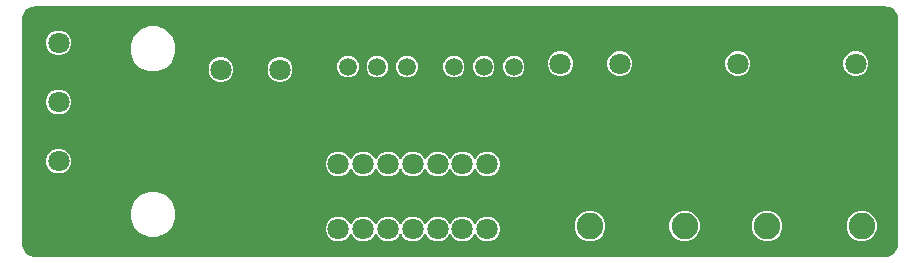
<source format=gbr>
G04 EAGLE Gerber RS-274X export*
G75*
%MOMM*%
%FSLAX34Y34*%
%LPD*%
%INCopper Layer 15*%
%IPPOS*%
%AMOC8*
5,1,8,0,0,1.08239X$1,22.5*%
G01*
%ADD10C,1.800000*%
%ADD11C,2.250000*%
%ADD12C,1.508000*%

G36*
X735046Y-105993D02*
X735046Y-105993D01*
X735087Y-105995D01*
X736824Y-105844D01*
X736918Y-105822D01*
X736995Y-105813D01*
X738679Y-105362D01*
X738768Y-105324D01*
X738843Y-105303D01*
X740422Y-104566D01*
X740503Y-104513D01*
X740573Y-104479D01*
X742001Y-103479D01*
X742072Y-103413D01*
X742134Y-103367D01*
X743367Y-102134D01*
X743425Y-102057D01*
X743479Y-102001D01*
X744479Y-100573D01*
X744518Y-100495D01*
X744563Y-100428D01*
X744563Y-100427D01*
X744566Y-100422D01*
X745303Y-98843D01*
X745331Y-98750D01*
X745362Y-98679D01*
X745813Y-96995D01*
X745825Y-96899D01*
X745844Y-96824D01*
X745995Y-95087D01*
X745993Y-95041D01*
X745999Y-95000D01*
X745999Y95000D01*
X745993Y95046D01*
X745995Y95087D01*
X745844Y96824D01*
X745822Y96918D01*
X745813Y96995D01*
X745362Y98679D01*
X745324Y98768D01*
X745303Y98843D01*
X744566Y100422D01*
X744513Y100503D01*
X744479Y100573D01*
X743479Y102001D01*
X743413Y102072D01*
X743367Y102134D01*
X742134Y103367D01*
X742057Y103425D01*
X742001Y103479D01*
X740573Y104479D01*
X740487Y104523D01*
X740422Y104566D01*
X738843Y105303D01*
X738750Y105331D01*
X738679Y105362D01*
X736995Y105813D01*
X736899Y105825D01*
X736824Y105844D01*
X735087Y105995D01*
X735041Y105993D01*
X735000Y105999D01*
X15000Y105999D01*
X14954Y105993D01*
X14913Y105995D01*
X13176Y105844D01*
X13082Y105822D01*
X13005Y105813D01*
X11321Y105362D01*
X11232Y105324D01*
X11158Y105303D01*
X9578Y104566D01*
X9497Y104513D01*
X9427Y104479D01*
X7999Y103479D01*
X7928Y103413D01*
X7866Y103367D01*
X6633Y102134D01*
X6575Y102057D01*
X6521Y102001D01*
X5521Y100573D01*
X5477Y100487D01*
X5434Y100422D01*
X5363Y100270D01*
X4897Y99271D01*
X4697Y98843D01*
X4669Y98750D01*
X4638Y98679D01*
X4187Y96995D01*
X4175Y96899D01*
X4157Y96824D01*
X4005Y95087D01*
X4007Y95041D01*
X4001Y95000D01*
X4001Y-95000D01*
X4007Y-95046D01*
X4005Y-95087D01*
X4157Y-96824D01*
X4178Y-96918D01*
X4187Y-96995D01*
X4638Y-98679D01*
X4676Y-98768D01*
X4697Y-98843D01*
X5434Y-100422D01*
X5487Y-100503D01*
X5521Y-100573D01*
X6521Y-102001D01*
X6587Y-102072D01*
X6633Y-102134D01*
X7866Y-103367D01*
X7943Y-103425D01*
X7999Y-103479D01*
X9427Y-104479D01*
X9513Y-104523D01*
X9578Y-104566D01*
X11158Y-105303D01*
X11250Y-105331D01*
X11321Y-105362D01*
X13005Y-105813D01*
X13101Y-105825D01*
X13176Y-105844D01*
X14913Y-105995D01*
X14959Y-105993D01*
X15000Y-105999D01*
X735000Y-105999D01*
X735046Y-105993D01*
G37*
%LPC*%
G36*
X269907Y-93025D02*
X269907Y-93025D01*
X266038Y-91422D01*
X263078Y-88462D01*
X261475Y-84594D01*
X261475Y-80407D01*
X263078Y-76538D01*
X266038Y-73578D01*
X269907Y-71975D01*
X274093Y-71975D01*
X277962Y-73578D01*
X280922Y-76538D01*
X281577Y-78118D01*
X281593Y-78146D01*
X281603Y-78176D01*
X281665Y-78267D01*
X281720Y-78361D01*
X281744Y-78383D01*
X281762Y-78409D01*
X281846Y-78479D01*
X281926Y-78554D01*
X281955Y-78568D01*
X281980Y-78589D01*
X282080Y-78632D01*
X282178Y-78681D01*
X282209Y-78687D01*
X282239Y-78700D01*
X282347Y-78714D01*
X282455Y-78734D01*
X282487Y-78731D01*
X282519Y-78735D01*
X282627Y-78717D01*
X282735Y-78707D01*
X282765Y-78695D01*
X282797Y-78690D01*
X282896Y-78643D01*
X282997Y-78602D01*
X283023Y-78582D01*
X283052Y-78569D01*
X283134Y-78496D01*
X283220Y-78429D01*
X283239Y-78403D01*
X283263Y-78381D01*
X283310Y-78304D01*
X283385Y-78200D01*
X283401Y-78154D01*
X283423Y-78118D01*
X284078Y-76538D01*
X287038Y-73578D01*
X290907Y-71975D01*
X295093Y-71975D01*
X298962Y-73578D01*
X301922Y-76538D01*
X302577Y-78118D01*
X302593Y-78146D01*
X302603Y-78176D01*
X302665Y-78267D01*
X302720Y-78361D01*
X302744Y-78383D01*
X302762Y-78409D01*
X302847Y-78479D01*
X302926Y-78554D01*
X302955Y-78568D01*
X302980Y-78589D01*
X303080Y-78632D01*
X303178Y-78681D01*
X303209Y-78687D01*
X303239Y-78700D01*
X303347Y-78714D01*
X303455Y-78734D01*
X303487Y-78731D01*
X303519Y-78735D01*
X303627Y-78717D01*
X303735Y-78707D01*
X303765Y-78695D01*
X303797Y-78690D01*
X303896Y-78643D01*
X303997Y-78602D01*
X304023Y-78582D01*
X304052Y-78569D01*
X304134Y-78496D01*
X304220Y-78429D01*
X304239Y-78403D01*
X304263Y-78381D01*
X304310Y-78304D01*
X304385Y-78200D01*
X304401Y-78154D01*
X304423Y-78118D01*
X305078Y-76538D01*
X308038Y-73578D01*
X311907Y-71975D01*
X316093Y-71975D01*
X319962Y-73578D01*
X322922Y-76538D01*
X323577Y-78118D01*
X323593Y-78146D01*
X323603Y-78176D01*
X323665Y-78267D01*
X323720Y-78361D01*
X323744Y-78383D01*
X323762Y-78409D01*
X323846Y-78479D01*
X323926Y-78554D01*
X323955Y-78568D01*
X323980Y-78589D01*
X324080Y-78632D01*
X324178Y-78681D01*
X324209Y-78687D01*
X324239Y-78700D01*
X324347Y-78714D01*
X324455Y-78734D01*
X324487Y-78731D01*
X324519Y-78735D01*
X324627Y-78717D01*
X324735Y-78707D01*
X324765Y-78695D01*
X324797Y-78690D01*
X324896Y-78643D01*
X324997Y-78602D01*
X325023Y-78582D01*
X325052Y-78569D01*
X325134Y-78496D01*
X325220Y-78429D01*
X325239Y-78403D01*
X325263Y-78381D01*
X325310Y-78304D01*
X325385Y-78200D01*
X325401Y-78154D01*
X325423Y-78118D01*
X326078Y-76538D01*
X329038Y-73578D01*
X332907Y-71975D01*
X337093Y-71975D01*
X340962Y-73578D01*
X343922Y-76538D01*
X344577Y-78118D01*
X344593Y-78146D01*
X344603Y-78176D01*
X344665Y-78267D01*
X344720Y-78361D01*
X344744Y-78383D01*
X344762Y-78409D01*
X344847Y-78479D01*
X344926Y-78554D01*
X344955Y-78568D01*
X344980Y-78589D01*
X345080Y-78632D01*
X345178Y-78681D01*
X345209Y-78687D01*
X345239Y-78700D01*
X345347Y-78714D01*
X345455Y-78734D01*
X345487Y-78731D01*
X345519Y-78735D01*
X345627Y-78717D01*
X345735Y-78707D01*
X345765Y-78695D01*
X345797Y-78690D01*
X345896Y-78643D01*
X345997Y-78602D01*
X346023Y-78582D01*
X346052Y-78569D01*
X346134Y-78496D01*
X346220Y-78429D01*
X346239Y-78403D01*
X346263Y-78381D01*
X346310Y-78304D01*
X346385Y-78200D01*
X346401Y-78154D01*
X346423Y-78118D01*
X347078Y-76538D01*
X350038Y-73578D01*
X353907Y-71975D01*
X358093Y-71975D01*
X361962Y-73578D01*
X364922Y-76538D01*
X365577Y-78118D01*
X365593Y-78146D01*
X365603Y-78176D01*
X365665Y-78267D01*
X365720Y-78361D01*
X365744Y-78383D01*
X365762Y-78409D01*
X365846Y-78479D01*
X365926Y-78554D01*
X365955Y-78568D01*
X365980Y-78589D01*
X366080Y-78632D01*
X366178Y-78681D01*
X366209Y-78687D01*
X366239Y-78700D01*
X366347Y-78714D01*
X366455Y-78734D01*
X366487Y-78731D01*
X366519Y-78735D01*
X366627Y-78717D01*
X366735Y-78707D01*
X366765Y-78695D01*
X366797Y-78690D01*
X366896Y-78643D01*
X366997Y-78602D01*
X367023Y-78582D01*
X367052Y-78569D01*
X367134Y-78496D01*
X367220Y-78429D01*
X367239Y-78403D01*
X367263Y-78381D01*
X367310Y-78304D01*
X367385Y-78200D01*
X367401Y-78154D01*
X367423Y-78118D01*
X368078Y-76538D01*
X371038Y-73578D01*
X374907Y-71975D01*
X379093Y-71975D01*
X382962Y-73578D01*
X385922Y-76538D01*
X386577Y-78118D01*
X386593Y-78146D01*
X386603Y-78176D01*
X386665Y-78267D01*
X386720Y-78361D01*
X386744Y-78383D01*
X386762Y-78409D01*
X386847Y-78479D01*
X386926Y-78554D01*
X386955Y-78568D01*
X386980Y-78589D01*
X387080Y-78632D01*
X387178Y-78681D01*
X387209Y-78687D01*
X387239Y-78700D01*
X387347Y-78714D01*
X387455Y-78734D01*
X387487Y-78731D01*
X387519Y-78735D01*
X387627Y-78717D01*
X387735Y-78707D01*
X387765Y-78695D01*
X387797Y-78690D01*
X387896Y-78643D01*
X387997Y-78602D01*
X388023Y-78582D01*
X388052Y-78569D01*
X388134Y-78496D01*
X388220Y-78429D01*
X388239Y-78403D01*
X388263Y-78381D01*
X388310Y-78304D01*
X388385Y-78200D01*
X388401Y-78154D01*
X388423Y-78118D01*
X389078Y-76538D01*
X392038Y-73578D01*
X395907Y-71975D01*
X400093Y-71975D01*
X403962Y-73578D01*
X406922Y-76538D01*
X408525Y-80407D01*
X408525Y-84594D01*
X406922Y-88462D01*
X403962Y-91422D01*
X400093Y-93025D01*
X395907Y-93025D01*
X392038Y-91422D01*
X389078Y-88462D01*
X388423Y-86882D01*
X388407Y-86854D01*
X388397Y-86824D01*
X388335Y-86733D01*
X388280Y-86639D01*
X388256Y-86617D01*
X388238Y-86591D01*
X388154Y-86521D01*
X388074Y-86446D01*
X388045Y-86432D01*
X388020Y-86411D01*
X387920Y-86368D01*
X387822Y-86319D01*
X387791Y-86313D01*
X387761Y-86300D01*
X387653Y-86286D01*
X387545Y-86266D01*
X387513Y-86269D01*
X387481Y-86265D01*
X387373Y-86283D01*
X387265Y-86293D01*
X387235Y-86305D01*
X387203Y-86310D01*
X387104Y-86357D01*
X387003Y-86398D01*
X386977Y-86418D01*
X386948Y-86431D01*
X386866Y-86504D01*
X386780Y-86571D01*
X386761Y-86597D01*
X386737Y-86619D01*
X386690Y-86696D01*
X386615Y-86800D01*
X386599Y-86846D01*
X386577Y-86882D01*
X385922Y-88462D01*
X382962Y-91422D01*
X379093Y-93025D01*
X374907Y-93025D01*
X371038Y-91422D01*
X368078Y-88462D01*
X367423Y-86882D01*
X367407Y-86854D01*
X367397Y-86824D01*
X367335Y-86733D01*
X367280Y-86639D01*
X367256Y-86617D01*
X367238Y-86591D01*
X367153Y-86521D01*
X367074Y-86446D01*
X367045Y-86432D01*
X367020Y-86411D01*
X366920Y-86368D01*
X366822Y-86319D01*
X366791Y-86313D01*
X366761Y-86300D01*
X366653Y-86286D01*
X366545Y-86266D01*
X366513Y-86269D01*
X366481Y-86265D01*
X366373Y-86283D01*
X366265Y-86293D01*
X366235Y-86305D01*
X366203Y-86310D01*
X366104Y-86357D01*
X366003Y-86398D01*
X365977Y-86418D01*
X365948Y-86431D01*
X365866Y-86504D01*
X365780Y-86571D01*
X365761Y-86597D01*
X365737Y-86619D01*
X365690Y-86696D01*
X365615Y-86800D01*
X365599Y-86846D01*
X365577Y-86882D01*
X364922Y-88462D01*
X361962Y-91422D01*
X358093Y-93025D01*
X353907Y-93025D01*
X350038Y-91422D01*
X347078Y-88462D01*
X346423Y-86882D01*
X346407Y-86854D01*
X346397Y-86824D01*
X346335Y-86733D01*
X346280Y-86639D01*
X346256Y-86617D01*
X346238Y-86591D01*
X346154Y-86521D01*
X346074Y-86446D01*
X346045Y-86432D01*
X346020Y-86411D01*
X345920Y-86368D01*
X345822Y-86319D01*
X345791Y-86313D01*
X345761Y-86300D01*
X345653Y-86286D01*
X345545Y-86266D01*
X345513Y-86269D01*
X345481Y-86265D01*
X345373Y-86283D01*
X345265Y-86293D01*
X345235Y-86305D01*
X345203Y-86310D01*
X345104Y-86357D01*
X345003Y-86398D01*
X344977Y-86418D01*
X344948Y-86431D01*
X344866Y-86504D01*
X344780Y-86571D01*
X344761Y-86597D01*
X344737Y-86619D01*
X344690Y-86696D01*
X344615Y-86800D01*
X344599Y-86846D01*
X344577Y-86882D01*
X343922Y-88462D01*
X340962Y-91422D01*
X337093Y-93025D01*
X332907Y-93025D01*
X329038Y-91422D01*
X326078Y-88462D01*
X325423Y-86882D01*
X325407Y-86854D01*
X325397Y-86824D01*
X325335Y-86733D01*
X325280Y-86639D01*
X325256Y-86617D01*
X325238Y-86591D01*
X325153Y-86521D01*
X325074Y-86446D01*
X325045Y-86432D01*
X325020Y-86411D01*
X324920Y-86368D01*
X324822Y-86319D01*
X324791Y-86313D01*
X324761Y-86300D01*
X324653Y-86286D01*
X324545Y-86266D01*
X324513Y-86269D01*
X324481Y-86265D01*
X324373Y-86283D01*
X324265Y-86293D01*
X324235Y-86305D01*
X324203Y-86310D01*
X324104Y-86357D01*
X324003Y-86398D01*
X323977Y-86418D01*
X323948Y-86431D01*
X323866Y-86504D01*
X323780Y-86571D01*
X323761Y-86597D01*
X323737Y-86619D01*
X323690Y-86696D01*
X323615Y-86800D01*
X323599Y-86846D01*
X323577Y-86882D01*
X322922Y-88462D01*
X319962Y-91422D01*
X316093Y-93025D01*
X311907Y-93025D01*
X308038Y-91422D01*
X305078Y-88462D01*
X304423Y-86882D01*
X304407Y-86854D01*
X304397Y-86824D01*
X304335Y-86733D01*
X304280Y-86639D01*
X304256Y-86617D01*
X304238Y-86591D01*
X304154Y-86521D01*
X304074Y-86446D01*
X304045Y-86432D01*
X304020Y-86411D01*
X303920Y-86368D01*
X303822Y-86319D01*
X303791Y-86313D01*
X303761Y-86300D01*
X303653Y-86286D01*
X303545Y-86266D01*
X303513Y-86269D01*
X303481Y-86265D01*
X303373Y-86283D01*
X303265Y-86293D01*
X303235Y-86305D01*
X303203Y-86310D01*
X303104Y-86357D01*
X303003Y-86398D01*
X302977Y-86418D01*
X302948Y-86431D01*
X302866Y-86504D01*
X302780Y-86571D01*
X302761Y-86597D01*
X302737Y-86619D01*
X302690Y-86696D01*
X302615Y-86800D01*
X302599Y-86846D01*
X302577Y-86882D01*
X301922Y-88462D01*
X298962Y-91422D01*
X295093Y-93025D01*
X290907Y-93025D01*
X287038Y-91422D01*
X284078Y-88462D01*
X283423Y-86882D01*
X283407Y-86854D01*
X283397Y-86824D01*
X283335Y-86733D01*
X283280Y-86639D01*
X283256Y-86617D01*
X283238Y-86591D01*
X283153Y-86521D01*
X283074Y-86446D01*
X283045Y-86432D01*
X283020Y-86411D01*
X282920Y-86368D01*
X282822Y-86319D01*
X282791Y-86313D01*
X282761Y-86300D01*
X282653Y-86286D01*
X282545Y-86266D01*
X282513Y-86269D01*
X282481Y-86265D01*
X282373Y-86283D01*
X282265Y-86293D01*
X282235Y-86305D01*
X282203Y-86310D01*
X282104Y-86357D01*
X282003Y-86398D01*
X281977Y-86418D01*
X281948Y-86431D01*
X281866Y-86504D01*
X281780Y-86571D01*
X281761Y-86597D01*
X281737Y-86619D01*
X281690Y-86696D01*
X281615Y-86800D01*
X281599Y-86846D01*
X281577Y-86882D01*
X280922Y-88462D01*
X277962Y-91422D01*
X274093Y-93025D01*
X269907Y-93025D01*
G37*
%LPD*%
%LPC*%
G36*
X269907Y-38025D02*
X269907Y-38025D01*
X266038Y-36422D01*
X263078Y-33462D01*
X261475Y-29594D01*
X261475Y-25407D01*
X263078Y-21538D01*
X266038Y-18578D01*
X269907Y-16975D01*
X274093Y-16975D01*
X277962Y-18578D01*
X280922Y-21538D01*
X281577Y-23118D01*
X281593Y-23146D01*
X281603Y-23176D01*
X281665Y-23267D01*
X281720Y-23361D01*
X281744Y-23383D01*
X281762Y-23409D01*
X281847Y-23479D01*
X281926Y-23554D01*
X281955Y-23568D01*
X281980Y-23589D01*
X282080Y-23632D01*
X282178Y-23681D01*
X282209Y-23687D01*
X282239Y-23700D01*
X282347Y-23714D01*
X282455Y-23734D01*
X282487Y-23731D01*
X282519Y-23735D01*
X282627Y-23717D01*
X282735Y-23707D01*
X282765Y-23695D01*
X282797Y-23690D01*
X282896Y-23643D01*
X282997Y-23602D01*
X283023Y-23582D01*
X283052Y-23569D01*
X283134Y-23496D01*
X283220Y-23429D01*
X283239Y-23403D01*
X283263Y-23381D01*
X283310Y-23304D01*
X283385Y-23200D01*
X283401Y-23154D01*
X283423Y-23118D01*
X284078Y-21538D01*
X287038Y-18578D01*
X290907Y-16975D01*
X295093Y-16975D01*
X298962Y-18578D01*
X301922Y-21538D01*
X302577Y-23118D01*
X302593Y-23146D01*
X302603Y-23176D01*
X302665Y-23267D01*
X302720Y-23361D01*
X302744Y-23383D01*
X302762Y-23409D01*
X302846Y-23479D01*
X302926Y-23554D01*
X302955Y-23568D01*
X302980Y-23589D01*
X303080Y-23632D01*
X303178Y-23681D01*
X303209Y-23687D01*
X303239Y-23700D01*
X303347Y-23714D01*
X303455Y-23734D01*
X303487Y-23731D01*
X303519Y-23735D01*
X303627Y-23717D01*
X303735Y-23707D01*
X303765Y-23695D01*
X303797Y-23690D01*
X303896Y-23643D01*
X303997Y-23602D01*
X304023Y-23582D01*
X304052Y-23569D01*
X304134Y-23496D01*
X304220Y-23429D01*
X304239Y-23403D01*
X304263Y-23381D01*
X304310Y-23304D01*
X304385Y-23200D01*
X304401Y-23154D01*
X304423Y-23118D01*
X305078Y-21538D01*
X308038Y-18578D01*
X311907Y-16975D01*
X316093Y-16975D01*
X319962Y-18578D01*
X322922Y-21538D01*
X323577Y-23118D01*
X323593Y-23146D01*
X323603Y-23176D01*
X323665Y-23267D01*
X323720Y-23361D01*
X323744Y-23383D01*
X323762Y-23409D01*
X323846Y-23479D01*
X323926Y-23554D01*
X323955Y-23568D01*
X323980Y-23589D01*
X324080Y-23632D01*
X324178Y-23681D01*
X324209Y-23687D01*
X324239Y-23700D01*
X324347Y-23714D01*
X324455Y-23734D01*
X324487Y-23731D01*
X324519Y-23735D01*
X324627Y-23717D01*
X324735Y-23707D01*
X324765Y-23695D01*
X324797Y-23690D01*
X324896Y-23643D01*
X324997Y-23602D01*
X325023Y-23582D01*
X325052Y-23569D01*
X325134Y-23496D01*
X325220Y-23429D01*
X325239Y-23403D01*
X325263Y-23381D01*
X325310Y-23304D01*
X325385Y-23200D01*
X325401Y-23154D01*
X325423Y-23118D01*
X326078Y-21538D01*
X329038Y-18578D01*
X332907Y-16975D01*
X337093Y-16975D01*
X340962Y-18578D01*
X343922Y-21538D01*
X344577Y-23118D01*
X344593Y-23146D01*
X344603Y-23176D01*
X344665Y-23267D01*
X344720Y-23361D01*
X344744Y-23383D01*
X344762Y-23409D01*
X344847Y-23479D01*
X344926Y-23554D01*
X344955Y-23568D01*
X344980Y-23589D01*
X345080Y-23632D01*
X345178Y-23681D01*
X345209Y-23687D01*
X345239Y-23700D01*
X345347Y-23714D01*
X345455Y-23734D01*
X345487Y-23731D01*
X345519Y-23735D01*
X345627Y-23717D01*
X345735Y-23707D01*
X345765Y-23695D01*
X345797Y-23690D01*
X345896Y-23643D01*
X345997Y-23602D01*
X346023Y-23582D01*
X346052Y-23569D01*
X346134Y-23496D01*
X346220Y-23429D01*
X346239Y-23403D01*
X346263Y-23381D01*
X346310Y-23304D01*
X346385Y-23200D01*
X346401Y-23154D01*
X346423Y-23118D01*
X347078Y-21538D01*
X350038Y-18578D01*
X353907Y-16975D01*
X358093Y-16975D01*
X361962Y-18578D01*
X364922Y-21538D01*
X365577Y-23118D01*
X365593Y-23146D01*
X365603Y-23176D01*
X365665Y-23267D01*
X365720Y-23361D01*
X365744Y-23383D01*
X365762Y-23409D01*
X365846Y-23479D01*
X365926Y-23554D01*
X365955Y-23568D01*
X365980Y-23589D01*
X366080Y-23632D01*
X366178Y-23681D01*
X366209Y-23687D01*
X366239Y-23700D01*
X366347Y-23714D01*
X366455Y-23734D01*
X366487Y-23731D01*
X366519Y-23735D01*
X366627Y-23717D01*
X366735Y-23707D01*
X366765Y-23695D01*
X366797Y-23690D01*
X366896Y-23643D01*
X366997Y-23602D01*
X367023Y-23582D01*
X367052Y-23569D01*
X367134Y-23496D01*
X367220Y-23429D01*
X367239Y-23403D01*
X367263Y-23381D01*
X367310Y-23304D01*
X367385Y-23200D01*
X367401Y-23154D01*
X367423Y-23118D01*
X368078Y-21538D01*
X371038Y-18578D01*
X374907Y-16975D01*
X379093Y-16975D01*
X382962Y-18578D01*
X385922Y-21538D01*
X386577Y-23118D01*
X386593Y-23146D01*
X386603Y-23176D01*
X386665Y-23267D01*
X386720Y-23361D01*
X386744Y-23383D01*
X386762Y-23409D01*
X386847Y-23479D01*
X386926Y-23554D01*
X386955Y-23568D01*
X386980Y-23589D01*
X387080Y-23632D01*
X387178Y-23681D01*
X387209Y-23687D01*
X387239Y-23700D01*
X387347Y-23714D01*
X387455Y-23734D01*
X387487Y-23731D01*
X387519Y-23735D01*
X387627Y-23717D01*
X387735Y-23707D01*
X387765Y-23695D01*
X387797Y-23690D01*
X387896Y-23643D01*
X387997Y-23602D01*
X388023Y-23582D01*
X388052Y-23569D01*
X388134Y-23496D01*
X388220Y-23429D01*
X388239Y-23403D01*
X388263Y-23381D01*
X388310Y-23304D01*
X388385Y-23200D01*
X388401Y-23154D01*
X388423Y-23118D01*
X389078Y-21538D01*
X392038Y-18578D01*
X395907Y-16975D01*
X400093Y-16975D01*
X403962Y-18578D01*
X406922Y-21538D01*
X408525Y-25407D01*
X408525Y-29594D01*
X406922Y-33462D01*
X403962Y-36422D01*
X400093Y-38025D01*
X395907Y-38025D01*
X392038Y-36422D01*
X389078Y-33462D01*
X388423Y-31882D01*
X388407Y-31854D01*
X388397Y-31824D01*
X388335Y-31733D01*
X388280Y-31639D01*
X388256Y-31617D01*
X388238Y-31591D01*
X388154Y-31521D01*
X388074Y-31446D01*
X388045Y-31432D01*
X388020Y-31411D01*
X387920Y-31368D01*
X387822Y-31319D01*
X387791Y-31313D01*
X387761Y-31300D01*
X387653Y-31286D01*
X387545Y-31266D01*
X387513Y-31269D01*
X387481Y-31265D01*
X387373Y-31283D01*
X387265Y-31293D01*
X387235Y-31305D01*
X387203Y-31310D01*
X387104Y-31357D01*
X387003Y-31398D01*
X386977Y-31418D01*
X386948Y-31431D01*
X386866Y-31504D01*
X386780Y-31571D01*
X386761Y-31597D01*
X386737Y-31619D01*
X386690Y-31696D01*
X386615Y-31800D01*
X386599Y-31846D01*
X386577Y-31882D01*
X385922Y-33462D01*
X382962Y-36422D01*
X379093Y-38025D01*
X374907Y-38025D01*
X371038Y-36422D01*
X368078Y-33462D01*
X367423Y-31882D01*
X367407Y-31854D01*
X367397Y-31824D01*
X367335Y-31733D01*
X367280Y-31639D01*
X367256Y-31617D01*
X367238Y-31591D01*
X367153Y-31521D01*
X367074Y-31446D01*
X367045Y-31432D01*
X367020Y-31411D01*
X366920Y-31368D01*
X366822Y-31319D01*
X366791Y-31313D01*
X366761Y-31300D01*
X366653Y-31286D01*
X366545Y-31266D01*
X366513Y-31269D01*
X366481Y-31265D01*
X366373Y-31283D01*
X366265Y-31293D01*
X366235Y-31305D01*
X366203Y-31310D01*
X366104Y-31357D01*
X366003Y-31398D01*
X365977Y-31418D01*
X365948Y-31431D01*
X365866Y-31504D01*
X365780Y-31571D01*
X365761Y-31597D01*
X365737Y-31619D01*
X365690Y-31696D01*
X365615Y-31800D01*
X365599Y-31846D01*
X365577Y-31882D01*
X364922Y-33462D01*
X361962Y-36422D01*
X358093Y-38025D01*
X353907Y-38025D01*
X350038Y-36422D01*
X347078Y-33462D01*
X346423Y-31882D01*
X346407Y-31854D01*
X346397Y-31824D01*
X346335Y-31733D01*
X346280Y-31639D01*
X346256Y-31617D01*
X346238Y-31591D01*
X346154Y-31521D01*
X346074Y-31446D01*
X346045Y-31432D01*
X346020Y-31411D01*
X345920Y-31368D01*
X345822Y-31319D01*
X345791Y-31313D01*
X345761Y-31300D01*
X345653Y-31286D01*
X345545Y-31266D01*
X345513Y-31269D01*
X345481Y-31265D01*
X345373Y-31283D01*
X345265Y-31293D01*
X345235Y-31305D01*
X345203Y-31310D01*
X345104Y-31357D01*
X345003Y-31398D01*
X344977Y-31418D01*
X344948Y-31431D01*
X344866Y-31504D01*
X344780Y-31571D01*
X344761Y-31597D01*
X344737Y-31619D01*
X344690Y-31696D01*
X344615Y-31800D01*
X344599Y-31846D01*
X344577Y-31882D01*
X343922Y-33462D01*
X340962Y-36422D01*
X337093Y-38025D01*
X332907Y-38025D01*
X329038Y-36422D01*
X326078Y-33462D01*
X325423Y-31882D01*
X325407Y-31854D01*
X325397Y-31824D01*
X325335Y-31733D01*
X325280Y-31639D01*
X325256Y-31617D01*
X325238Y-31591D01*
X325153Y-31521D01*
X325074Y-31446D01*
X325045Y-31432D01*
X325020Y-31411D01*
X324920Y-31368D01*
X324822Y-31319D01*
X324791Y-31313D01*
X324761Y-31300D01*
X324653Y-31286D01*
X324545Y-31266D01*
X324513Y-31269D01*
X324481Y-31265D01*
X324373Y-31283D01*
X324265Y-31293D01*
X324235Y-31305D01*
X324203Y-31310D01*
X324104Y-31357D01*
X324003Y-31398D01*
X323977Y-31418D01*
X323948Y-31431D01*
X323866Y-31504D01*
X323780Y-31571D01*
X323761Y-31597D01*
X323737Y-31619D01*
X323690Y-31696D01*
X323615Y-31800D01*
X323599Y-31846D01*
X323577Y-31882D01*
X322922Y-33462D01*
X319962Y-36422D01*
X316093Y-38025D01*
X311907Y-38025D01*
X308038Y-36422D01*
X305078Y-33462D01*
X304423Y-31882D01*
X304407Y-31854D01*
X304397Y-31824D01*
X304335Y-31733D01*
X304280Y-31639D01*
X304256Y-31617D01*
X304238Y-31591D01*
X304153Y-31521D01*
X304074Y-31446D01*
X304045Y-31432D01*
X304020Y-31411D01*
X303920Y-31368D01*
X303822Y-31319D01*
X303791Y-31313D01*
X303761Y-31300D01*
X303653Y-31286D01*
X303545Y-31266D01*
X303513Y-31269D01*
X303481Y-31265D01*
X303373Y-31283D01*
X303265Y-31293D01*
X303235Y-31305D01*
X303203Y-31310D01*
X303104Y-31357D01*
X303003Y-31398D01*
X302977Y-31418D01*
X302948Y-31431D01*
X302866Y-31504D01*
X302780Y-31571D01*
X302761Y-31597D01*
X302737Y-31619D01*
X302690Y-31696D01*
X302615Y-31800D01*
X302599Y-31846D01*
X302577Y-31882D01*
X301922Y-33462D01*
X298962Y-36422D01*
X295093Y-38025D01*
X290907Y-38025D01*
X287038Y-36422D01*
X284078Y-33462D01*
X283423Y-31882D01*
X283407Y-31854D01*
X283397Y-31824D01*
X283335Y-31733D01*
X283280Y-31639D01*
X283256Y-31617D01*
X283238Y-31591D01*
X283154Y-31521D01*
X283074Y-31446D01*
X283045Y-31432D01*
X283020Y-31411D01*
X282920Y-31368D01*
X282822Y-31319D01*
X282791Y-31313D01*
X282761Y-31300D01*
X282653Y-31286D01*
X282545Y-31266D01*
X282513Y-31269D01*
X282481Y-31265D01*
X282373Y-31283D01*
X282265Y-31293D01*
X282235Y-31305D01*
X282203Y-31310D01*
X282104Y-31357D01*
X282003Y-31398D01*
X281977Y-31418D01*
X281948Y-31431D01*
X281866Y-31504D01*
X281780Y-31571D01*
X281761Y-31597D01*
X281737Y-31619D01*
X281690Y-31696D01*
X281615Y-31800D01*
X281599Y-31846D01*
X281577Y-31882D01*
X280922Y-33462D01*
X277962Y-36422D01*
X274093Y-38025D01*
X269907Y-38025D01*
G37*
%LPD*%
%LPC*%
G36*
X111221Y50999D02*
X111221Y50999D01*
X104237Y53892D01*
X98892Y59237D01*
X95999Y66220D01*
X95999Y73779D01*
X98892Y80763D01*
X104237Y86108D01*
X111221Y89001D01*
X118779Y89001D01*
X125763Y86108D01*
X131108Y80763D01*
X134001Y73779D01*
X134001Y66220D01*
X131108Y59237D01*
X125763Y53892D01*
X118779Y50999D01*
X111221Y50999D01*
G37*
%LPD*%
%LPC*%
G36*
X111221Y-89001D02*
X111221Y-89001D01*
X104237Y-86108D01*
X98892Y-80763D01*
X95999Y-73780D01*
X95999Y-66221D01*
X98892Y-59237D01*
X104237Y-53892D01*
X111221Y-50999D01*
X118779Y-50999D01*
X125763Y-53892D01*
X131108Y-59237D01*
X134001Y-66221D01*
X134001Y-73780D01*
X131108Y-80763D01*
X125763Y-86108D01*
X118779Y-89001D01*
X111221Y-89001D01*
G37*
%LPD*%
%LPC*%
G36*
X562459Y-92775D02*
X562459Y-92775D01*
X557764Y-90830D01*
X554170Y-87236D01*
X552225Y-82541D01*
X552225Y-77459D01*
X554170Y-72764D01*
X557764Y-69170D01*
X562459Y-67225D01*
X567541Y-67225D01*
X572236Y-69170D01*
X575830Y-72764D01*
X577775Y-77459D01*
X577775Y-82541D01*
X575830Y-87236D01*
X572236Y-90830D01*
X567541Y-92775D01*
X562459Y-92775D01*
G37*
%LPD*%
%LPC*%
G36*
X482459Y-92775D02*
X482459Y-92775D01*
X477764Y-90830D01*
X474170Y-87236D01*
X472225Y-82541D01*
X472225Y-77459D01*
X474170Y-72764D01*
X477764Y-69170D01*
X482459Y-67225D01*
X487541Y-67225D01*
X492236Y-69170D01*
X495830Y-72764D01*
X497775Y-77459D01*
X497775Y-82541D01*
X495830Y-87236D01*
X492236Y-90830D01*
X487541Y-92775D01*
X482459Y-92775D01*
G37*
%LPD*%
%LPC*%
G36*
X712459Y-92775D02*
X712459Y-92775D01*
X707764Y-90830D01*
X704170Y-87236D01*
X702225Y-82541D01*
X702225Y-77459D01*
X704170Y-72764D01*
X707764Y-69170D01*
X712459Y-67225D01*
X717541Y-67225D01*
X722236Y-69170D01*
X725830Y-72764D01*
X727775Y-77459D01*
X727775Y-82541D01*
X725830Y-87236D01*
X722236Y-90830D01*
X717541Y-92775D01*
X712459Y-92775D01*
G37*
%LPD*%
%LPC*%
G36*
X632459Y-92775D02*
X632459Y-92775D01*
X627764Y-90830D01*
X624170Y-87236D01*
X622225Y-82541D01*
X622225Y-77459D01*
X624170Y-72764D01*
X627764Y-69170D01*
X632459Y-67225D01*
X637541Y-67225D01*
X642236Y-69170D01*
X645830Y-72764D01*
X647775Y-77459D01*
X647775Y-82541D01*
X645830Y-87236D01*
X642236Y-90830D01*
X637541Y-92775D01*
X632459Y-92775D01*
G37*
%LPD*%
%LPC*%
G36*
X32907Y64475D02*
X32907Y64475D01*
X29038Y66078D01*
X26078Y69038D01*
X24475Y72906D01*
X24475Y77093D01*
X26078Y80962D01*
X29038Y83922D01*
X32907Y85525D01*
X37093Y85525D01*
X40962Y83922D01*
X43922Y80962D01*
X45525Y77093D01*
X45525Y72906D01*
X43922Y69038D01*
X40962Y66078D01*
X37093Y64475D01*
X32907Y64475D01*
G37*
%LPD*%
%LPC*%
G36*
X607907Y46975D02*
X607907Y46975D01*
X604038Y48578D01*
X601078Y51538D01*
X599475Y55406D01*
X599475Y59593D01*
X601078Y63462D01*
X604038Y66422D01*
X607907Y68025D01*
X612093Y68025D01*
X615962Y66422D01*
X618922Y63462D01*
X620525Y59593D01*
X620525Y55406D01*
X618922Y51538D01*
X615962Y48578D01*
X612093Y46975D01*
X607907Y46975D01*
G37*
%LPD*%
%LPC*%
G36*
X507907Y46975D02*
X507907Y46975D01*
X504038Y48578D01*
X501078Y51538D01*
X499475Y55406D01*
X499475Y59593D01*
X501078Y63462D01*
X504038Y66422D01*
X507907Y68025D01*
X512093Y68025D01*
X515962Y66422D01*
X518922Y63462D01*
X520525Y59593D01*
X520525Y55406D01*
X518922Y51538D01*
X515962Y48578D01*
X512093Y46975D01*
X507907Y46975D01*
G37*
%LPD*%
%LPC*%
G36*
X707907Y46975D02*
X707907Y46975D01*
X704038Y48578D01*
X701078Y51538D01*
X699475Y55406D01*
X699475Y59593D01*
X701078Y63462D01*
X704038Y66422D01*
X707907Y68025D01*
X712093Y68025D01*
X715962Y66422D01*
X718922Y63462D01*
X720525Y59593D01*
X720525Y55406D01*
X718922Y51538D01*
X715962Y48578D01*
X712093Y46975D01*
X707907Y46975D01*
G37*
%LPD*%
%LPC*%
G36*
X457907Y46975D02*
X457907Y46975D01*
X454038Y48578D01*
X451078Y51538D01*
X449475Y55406D01*
X449475Y59593D01*
X451078Y63462D01*
X454038Y66422D01*
X457907Y68025D01*
X462093Y68025D01*
X465962Y66422D01*
X468922Y63462D01*
X470525Y59593D01*
X470525Y55406D01*
X468922Y51538D01*
X465962Y48578D01*
X462093Y46975D01*
X457907Y46975D01*
G37*
%LPD*%
%LPC*%
G36*
X220407Y41975D02*
X220407Y41975D01*
X216538Y43578D01*
X213578Y46538D01*
X211975Y50406D01*
X211975Y54593D01*
X213578Y58462D01*
X216538Y61422D01*
X220407Y63025D01*
X224593Y63025D01*
X228462Y61422D01*
X231422Y58462D01*
X233025Y54593D01*
X233025Y50406D01*
X231422Y46538D01*
X228462Y43578D01*
X224593Y41975D01*
X220407Y41975D01*
G37*
%LPD*%
%LPC*%
G36*
X170407Y41975D02*
X170407Y41975D01*
X166538Y43578D01*
X163578Y46538D01*
X161975Y50406D01*
X161975Y54593D01*
X163578Y58462D01*
X166538Y61422D01*
X170407Y63025D01*
X174593Y63025D01*
X178462Y61422D01*
X181422Y58462D01*
X183025Y54593D01*
X183025Y50406D01*
X181422Y46538D01*
X178462Y43578D01*
X174593Y41975D01*
X170407Y41975D01*
G37*
%LPD*%
%LPC*%
G36*
X32907Y14475D02*
X32907Y14475D01*
X29038Y16078D01*
X26078Y19038D01*
X24475Y22906D01*
X24475Y27093D01*
X26078Y30962D01*
X29038Y33922D01*
X32907Y35525D01*
X37093Y35525D01*
X40962Y33922D01*
X43922Y30962D01*
X45525Y27093D01*
X45525Y22906D01*
X43922Y19038D01*
X40962Y16078D01*
X37093Y14475D01*
X32907Y14475D01*
G37*
%LPD*%
%LPC*%
G36*
X32907Y-35525D02*
X32907Y-35525D01*
X29038Y-33922D01*
X26078Y-30962D01*
X24475Y-27094D01*
X24475Y-22907D01*
X26078Y-19038D01*
X29038Y-16078D01*
X32907Y-14475D01*
X37093Y-14475D01*
X40962Y-16078D01*
X43922Y-19038D01*
X45525Y-22907D01*
X45525Y-27094D01*
X43922Y-30962D01*
X40962Y-33922D01*
X37093Y-35525D01*
X32907Y-35525D01*
G37*
%LPD*%
%LPC*%
G36*
X418597Y45935D02*
X418597Y45935D01*
X415265Y47315D01*
X412715Y49865D01*
X411335Y53197D01*
X411335Y56803D01*
X412715Y60135D01*
X415265Y62685D01*
X418597Y64065D01*
X422203Y64065D01*
X425535Y62685D01*
X428085Y60135D01*
X429465Y56803D01*
X429465Y53197D01*
X428085Y49865D01*
X425535Y47315D01*
X422203Y45935D01*
X418597Y45935D01*
G37*
%LPD*%
%LPC*%
G36*
X393197Y45935D02*
X393197Y45935D01*
X389865Y47315D01*
X387315Y49865D01*
X385935Y53197D01*
X385935Y56803D01*
X387315Y60135D01*
X389865Y62685D01*
X393197Y64065D01*
X396803Y64065D01*
X400135Y62685D01*
X402685Y60135D01*
X404065Y56803D01*
X404065Y53197D01*
X402685Y49865D01*
X400135Y47315D01*
X396803Y45935D01*
X393197Y45935D01*
G37*
%LPD*%
%LPC*%
G36*
X367797Y45935D02*
X367797Y45935D01*
X364465Y47315D01*
X361915Y49865D01*
X360535Y53197D01*
X360535Y56803D01*
X361915Y60135D01*
X364465Y62685D01*
X367797Y64065D01*
X371403Y64065D01*
X374735Y62685D01*
X377285Y60135D01*
X378665Y56803D01*
X378665Y53197D01*
X377285Y49865D01*
X374735Y47315D01*
X371403Y45935D01*
X367797Y45935D01*
G37*
%LPD*%
%LPC*%
G36*
X328197Y45935D02*
X328197Y45935D01*
X324865Y47315D01*
X322315Y49865D01*
X320935Y53197D01*
X320935Y56803D01*
X322315Y60135D01*
X324865Y62685D01*
X328197Y64065D01*
X331803Y64065D01*
X335135Y62685D01*
X337685Y60135D01*
X339065Y56803D01*
X339065Y53197D01*
X337685Y49865D01*
X335135Y47315D01*
X331803Y45935D01*
X328197Y45935D01*
G37*
%LPD*%
%LPC*%
G36*
X303197Y45935D02*
X303197Y45935D01*
X299865Y47315D01*
X297315Y49865D01*
X295935Y53197D01*
X295935Y56803D01*
X297315Y60135D01*
X299865Y62685D01*
X303197Y64065D01*
X306803Y64065D01*
X310135Y62685D01*
X312685Y60135D01*
X314065Y56803D01*
X314065Y53197D01*
X312685Y49865D01*
X310135Y47315D01*
X306803Y45935D01*
X303197Y45935D01*
G37*
%LPD*%
%LPC*%
G36*
X278197Y45935D02*
X278197Y45935D01*
X274865Y47315D01*
X272315Y49865D01*
X270935Y53197D01*
X270935Y56803D01*
X272315Y60135D01*
X274865Y62685D01*
X278197Y64065D01*
X281803Y64065D01*
X285135Y62685D01*
X287685Y60135D01*
X289065Y56803D01*
X289065Y53197D01*
X287685Y49865D01*
X285135Y47315D01*
X281803Y45935D01*
X278197Y45935D01*
G37*
%LPD*%
D10*
X398000Y-82500D03*
X356000Y-82500D03*
X314000Y-82500D03*
X272000Y-82500D03*
X398000Y-27500D03*
X356000Y-27500D03*
X314000Y-27500D03*
X272000Y-27500D03*
D11*
X485000Y-80000D03*
X565000Y-80000D03*
X635000Y-80000D03*
X715000Y-80000D03*
D12*
X330000Y55000D03*
X305000Y55000D03*
X280000Y55000D03*
D10*
X660000Y57500D03*
X710000Y57500D03*
X560000Y57500D03*
X610000Y57500D03*
X460000Y57500D03*
X510000Y57500D03*
X172500Y52500D03*
X222500Y52500D03*
X35000Y75000D03*
X35000Y25000D03*
X35000Y-25000D03*
X35000Y-75000D03*
X377000Y-82500D03*
X335000Y-82500D03*
X293000Y-82500D03*
X377000Y-27500D03*
X335000Y-27500D03*
X293000Y-27500D03*
D12*
X369600Y55000D03*
X395000Y55000D03*
X420400Y55000D03*
M02*

</source>
